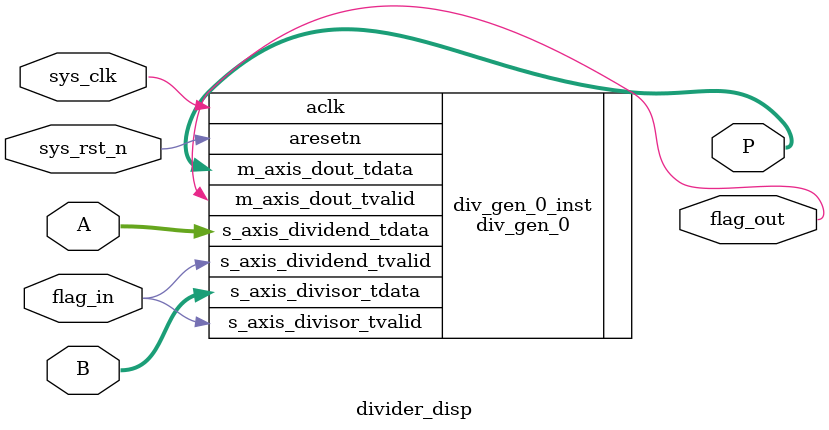
<source format=v>
`timescale 100ps/100ps
module divider_disp (
    input  wire         sys_clk,
    input  wire         sys_rst_n,
    input  wire [15:0]  A,
    input  wire [15:0]  B,
    input  wire         flag_in,

    output wire [23:0]  P,
    output wire         flag_out
);

div_gen_0 div_gen_0_inst // A / B
(
    .aclk(sys_clk),                                    
    .aresetn(sys_rst_n),                              
    .s_axis_divisor_tvalid(flag_in),  
    .s_axis_divisor_tdata(B),    
    .s_axis_dividend_tvalid(flag_in),
    .s_axis_dividend_tdata(A),  
    .m_axis_dout_tvalid(flag_out),        
    .m_axis_dout_tdata(P)           
);

endmodule
</source>
